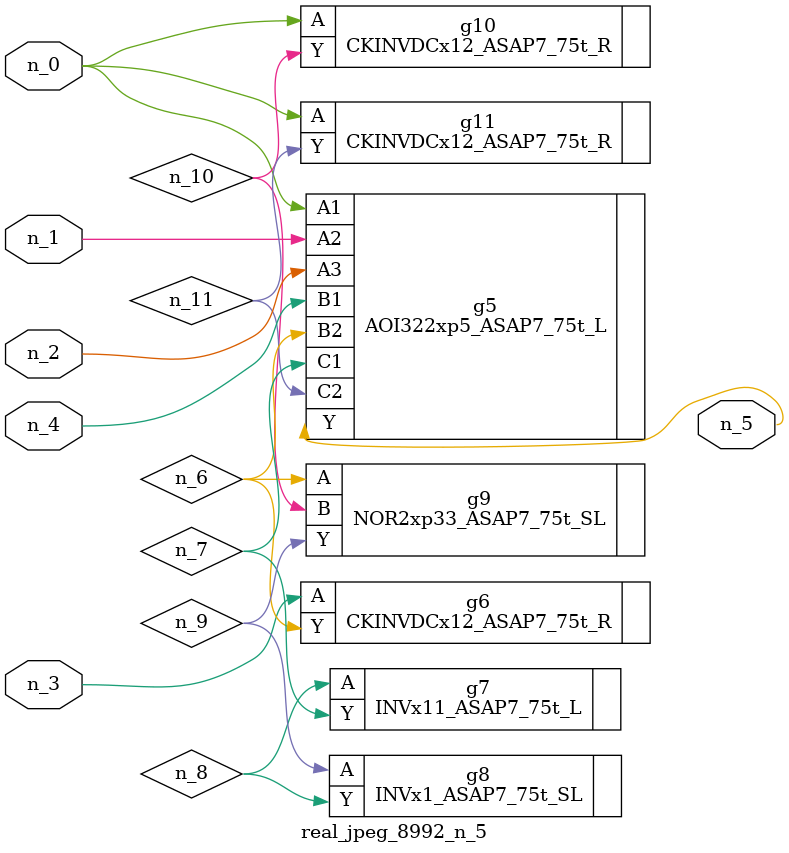
<source format=v>
module real_jpeg_8992_n_5 (n_4, n_0, n_1, n_2, n_3, n_5);

input n_4;
input n_0;
input n_1;
input n_2;
input n_3;

output n_5;

wire n_8;
wire n_11;
wire n_6;
wire n_7;
wire n_10;
wire n_9;

AOI322xp5_ASAP7_75t_L g5 ( 
.A1(n_0),
.A2(n_1),
.A3(n_2),
.B1(n_4),
.B2(n_6),
.C1(n_7),
.C2(n_11),
.Y(n_5)
);

CKINVDCx12_ASAP7_75t_R g10 ( 
.A(n_0),
.Y(n_10)
);

CKINVDCx12_ASAP7_75t_R g11 ( 
.A(n_0),
.Y(n_11)
);

CKINVDCx12_ASAP7_75t_R g6 ( 
.A(n_3),
.Y(n_6)
);

NOR2xp33_ASAP7_75t_SL g9 ( 
.A(n_6),
.B(n_10),
.Y(n_9)
);

INVx11_ASAP7_75t_L g7 ( 
.A(n_8),
.Y(n_7)
);

INVx1_ASAP7_75t_SL g8 ( 
.A(n_9),
.Y(n_8)
);


endmodule
</source>
